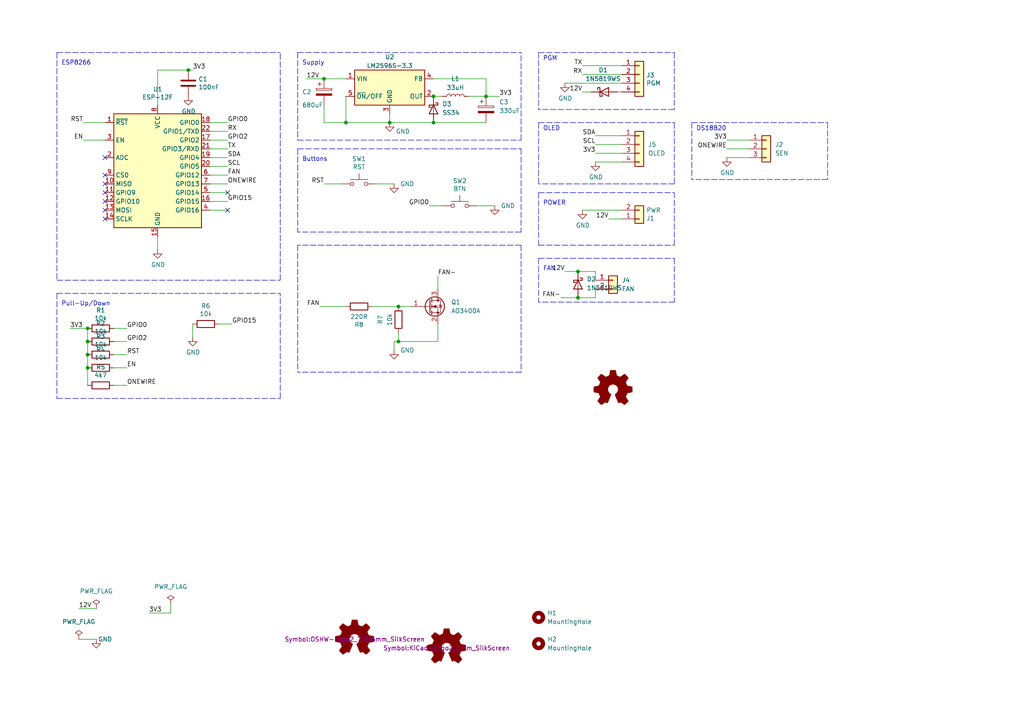
<source format=kicad_sch>
(kicad_sch (version 20231120) (generator "eeschema") (generator_version "8.0")
  (paper "A4")
  (title_block (rev "2"))
  (lib_symbols
    (symbol "Connector_Generic:Conn_01x02" (pin_names (offset 1.016) hide)
      (property "Reference" "J" (at 0 2.54 0))
      (property "Value" "Conn_01x02" (at 0 -5.08 0))
      (symbol "Conn_01x02_1_1"
        (rectangle (start -1.27 -2.413) (end 0 -2.667) (stroke (width 0.1524)))
        (rectangle (start -1.27 0.127) (end 0 -0.127) (stroke (width 0.1524)))
        (rectangle (start -1.27 1.27) (end 1.27 -3.81) (stroke (width 0.254)) (fill (type background)))
        (pin passive line (at -5.08 0 0) (length 3.81) (name "Pin_1") (number "1"))
        (pin passive line (at -5.08 -2.54 0) (length 3.81) (name "Pin_2") (number "2"))
      )
    )
    (symbol "Connector_Generic:Conn_01x03" (pin_names (offset 1.016) hide)
      (property "Reference" "J" (at 0 5.08 0))
      (property "Value" "Conn_01x03" (at 0 -5.08 0))
      (symbol "Conn_01x03_1_1"
        (rectangle (start -1.27 -2.413) (end 0 -2.667) (stroke (width 0.1524)))
        (rectangle (start -1.27 0.127) (end 0 -0.127) (stroke (width 0.1524)))
        (rectangle (start -1.27 2.667) (end 0 2.413) (stroke (width 0.1524)))
        (rectangle (start -1.27 3.81) (end 1.27 -3.81) (stroke (width 0.254)) (fill (type background)))
        (pin passive line (at -5.08 2.54 0) (length 3.81) (name "Pin_1") (number "1"))
        (pin passive line (at -5.08 0 0) (length 3.81) (name "Pin_2") (number "2"))
        (pin passive line (at -5.08 -2.54 0) (length 3.81) (name "Pin_3") (number "3"))
      )
    )
    (symbol "Connector_Generic:Conn_01x04" (pin_names (offset 1.016) hide)
      (property "Reference" "J" (at 0 5.08 0))
      (property "Value" "Conn_01x04" (at 0 -7.62 0))
      (symbol "Conn_01x04_1_1"
        (rectangle (start -1.27 -4.953) (end 0 -5.207) (stroke (width 0.1524)))
        (rectangle (start -1.27 -2.413) (end 0 -2.667) (stroke (width 0.1524)))
        (rectangle (start -1.27 0.127) (end 0 -0.127) (stroke (width 0.1524)))
        (rectangle (start -1.27 2.667) (end 0 2.413) (stroke (width 0.1524)))
        (rectangle (start -1.27 3.81) (end 1.27 -6.35) (stroke (width 0.254)) (fill (type background)))
        (pin passive line (at -5.08 2.54 0) (length 3.81) (name "Pin_1") (number "1"))
        (pin passive line (at -5.08 0 0) (length 3.81) (name "Pin_2") (number "2"))
        (pin passive line (at -5.08 -2.54 0) (length 3.81) (name "Pin_3") (number "3"))
        (pin passive line (at -5.08 -5.08 0) (length 3.81) (name "Pin_4") (number "4"))
      )
    )
    (symbol "Device:C" (pin_numbers hide) (pin_names (offset 0.254))
      (property "Reference" "C" (at 0.635 2.54 0))
      (property "Value" "C" (at 0.635 -2.54 0))
      (symbol "C_0_1"
        (polyline (pts (xy -2.032 -0.762) (xy 2.032 -0.762)) (stroke (width 0.508)))
        (polyline (pts (xy -2.032 0.762) (xy 2.032 0.762)) (stroke (width 0.508)))
      )
      (symbol "C_1_1"
        (pin passive line (at 0 3.81 270) (length 2.794) (name "~") (number "1"))
        (pin passive line (at 0 -3.81 90) (length 2.794) (name "~") (number "2"))
      )
    )
    (symbol "Device:C_Polarized" (pin_numbers hide) (pin_names (offset 0.254))
      (property "Reference" "C" (at 0.635 2.54 0))
      (property "Value" "C_Polarized" (at 0.635 -2.54 0))
      (symbol "C_Polarized_0_1"
        (rectangle (start -2.286 0.508) (end 2.286 1.016))
        (polyline (pts (xy -1.778 2.286) (xy -0.762 2.286)))
        (polyline (pts (xy -1.27 2.794) (xy -1.27 1.778)))
        (rectangle (start 2.286 -0.508) (end -2.286 -1.016) (fill (type outline)))
      )
      (symbol "C_Polarized_1_1"
        (pin passive line (at 0 3.81 270) (length 2.794) (name "~") (number "1"))
        (pin passive line (at 0 -3.81 90) (length 2.794) (name "~") (number "2"))
      )
    )
    (symbol "Device:L" (pin_numbers hide) (pin_names (offset 1.016) hide)
      (property "Reference" "L" (at -1.27 0 90))
      (property "Value" "L" (at 1.905 0 90))
      (symbol "L_0_1"
        (arc (start 0 -2.54) (mid 0.6323 -1.905) (end 0 -1.27))
        (arc (start 0 -1.27) (mid 0.6323 -0.635) (end 0 0))
        (arc (start 0 0) (mid 0.6323 0.635) (end 0 1.27))
        (arc (start 0 1.27) (mid 0.6323 1.905) (end 0 2.54))
      )
      (symbol "L_1_1"
        (pin passive line (at 0 3.81 270) (length 1.27) (name "1") (number "1"))
        (pin passive line (at 0 -3.81 90) (length 1.27) (name "2") (number "2"))
      )
    )
    (symbol "Device:R" (pin_numbers hide) (pin_names (offset 0))
      (property "Reference" "R" (at 2.032 0 90))
      (property "Value" "R" (at 0 0 90))
      (symbol "R_0_1"
        (rectangle (start -1.016 -2.54) (end 1.016 2.54) (stroke (width 0.254)))
      )
      (symbol "R_1_1"
        (pin passive line (at 0 3.81 270) (length 1.27) (name "~") (number "1"))
        (pin passive line (at 0 -3.81 90) (length 1.27) (name "~") (number "2"))
      )
    )
    (symbol "Diode:1N5819WS" (pin_numbers hide) (pin_names (offset 1.016) hide)
      (property "Reference" "D" (at 0 2.54 0))
      (property "Value" "1N5819WS" (at 0 -2.54 0))
      (symbol "1N5819WS_0_1"
        (polyline (pts (xy 1.27 0) (xy -1.27 0)))
        (polyline (pts (xy 1.27 1.27) (xy 1.27 -1.27) (xy -1.27 0) (xy 1.27 1.27)) (stroke (width 0.254)))
        (polyline (pts (xy -1.905 0.635) (xy -1.905 1.27) (xy -1.27 1.27) (xy -1.27 -1.27) (xy -0.635 -1.27) (xy -0.635 -0.635)) (stroke (width 0.254)))
      )
      (symbol "1N5819WS_1_1"
        (pin passive line (at -3.81 0 0) (length 2.54) (name "K") (number "1"))
        (pin passive line (at 3.81 0 180) (length 2.54) (name "A") (number "2"))
      )
    )
    (symbol "Diode:SS34" (pin_numbers hide) (pin_names (offset 1.016) hide)
      (property "Reference" "D" (at 0 2.54 0))
      (property "Value" "SS34" (at 0 -2.54 0))
      (symbol "SS34_0_1"
        (polyline (pts (xy 1.27 0) (xy -1.27 0)))
        (polyline (pts (xy 1.27 1.27) (xy 1.27 -1.27) (xy -1.27 0) (xy 1.27 1.27)) (stroke (width 0.254)))
        (polyline (pts (xy -1.905 0.635) (xy -1.905 1.27) (xy -1.27 1.27) (xy -1.27 -1.27) (xy -0.635 -1.27) (xy -0.635 -0.635)) (stroke (width 0.254)))
      )
      (symbol "SS34_1_1"
        (pin passive line (at -3.81 0 0) (length 2.54) (name "K") (number "1"))
        (pin passive line (at 3.81 0 180) (length 2.54) (name "A") (number "2"))
      )
    )
    (symbol "Graphic:Logo_Open_Hardware_Small" (in_bom no) (on_board no)
      (symbol "Logo_Open_Hardware_Small_0_1"
        (polyline (pts (xy 3.3528 -4.3434) (xy 3.302 -4.318) (xy 3.175 -4.2418) (xy 2.9972 -4.1148) (xy 2.7686 -3.9624) (xy 2.54 -3.81) (xy 2.3622 -3.7084) (xy 2.2352 -3.6068) (xy 2.1844 -3.5814) (xy 2.159 -3.6068) (xy 2.0574 -3.6576) (xy 1.905 -3.7338) (xy 1.8034 -3.7846) (xy 1.6764 -3.8354) (xy 1.6002 -3.8354) (xy 1.6002 -3.8354) (xy 1.5494 -3.7338) (xy 1.4732 -3.5306) (xy 1.3462 -3.302) (xy 1.2446 -3.0226) (xy 1.1176 -2.7178) (xy 0.9652 -2.413) (xy 0.8636 -2.1082) (xy 0.7366 -1.8288) (xy 0.6604 -1.6256) (xy 0.6096 -1.4732) (xy 0.5842 -1.397) (xy 0.5842 -1.397) (xy 0.6604 -1.3208) (xy 0.7874 -1.2446) (xy 1.0414 -1.016) (xy 1.2954 -0.6858) (xy 1.4478 -0.3302) (xy 1.524 0.0762) (xy 1.4732 0.4572) (xy 1.3208 0.8128) (xy 1.0668 1.143) (xy 0.762 1.3716) (xy 0.4064 1.524) (xy 0 1.5748) (xy -0.381 1.5494) (xy -0.7366 1.397) (xy -1.0668 1.143) (xy -1.2192 0.9906) (xy -1.397 0.6604) (xy -1.524 0.3048) (xy -1.524 0.2286) (xy -1.4986 -0.1778) (xy -1.397 -0.5334) (xy -1.1938 -0.8636) (xy -0.9144 -1.143) (xy -0.8636 -1.1684) (xy -0.7366 -1.27) (xy -0.635 -1.3462) (xy -0.5842 -1.397) (xy -1.0668 -2.5908) (xy -1.143 -2.794) (xy -1.2954 -3.1242) (xy -1.397 -3.4036) (xy -1.4986 -3.6322) (xy -1.5748 -3.7846) (xy -1.6002 -3.8354) (xy -1.6002 -3.8354) (xy -1.651 -3.8354) (xy -1.7272 -3.81) (xy -1.905 -3.7338) (xy -2.0066 -3.683) (xy -2.1336 -3.6068) (xy -2.2098 -3.5814) (xy -2.2606 -3.6068) (xy -2.3622 -3.683) (xy -2.54 -3.81) (xy -2.7686 -3.9624) (xy -2.9718 -4.0894) (xy -3.1496 -4.2164) (xy -3.302 -4.318) (xy -3.3528 -4.3434) (xy -3.3782 -4.3434) (xy -3.429 -4.318) (xy -3.5306 -4.2164) (xy -3.7084 -4.064) (xy -3.937 -3.8354) (xy -3.9624 -3.81) (xy -4.1656 -3.6068) (xy -4.318 -3.4544) (xy -4.4196 -3.3274) (xy -4.445 -3.2766) (xy -4.445 -3.2766) (xy -4.4196 -3.2258) (xy -4.318 -3.0734) (xy -4.2164 -2.8956) (xy -4.064 -2.667) (xy -3.6576 -2.0828) (xy -3.8862 -1.5494) (xy -3.937 -1.3716) (xy -4.0386 -1.1684) (xy -4.0894 -1.0414) (xy -4.1148 -0.9652) (xy -4.191 -0.9398) (xy -4.318 -0.9144) (xy -4.5466 -0.8636) (xy -4.8006 -0.8128) (xy -5.0546 -0.7874) (xy -5.2578 -0.7366) (xy -5.4356 -0.7112) (xy -5.5118 -0.6858) (xy -5.5118 -0.6858) (xy -5.5372 -0.635) (xy -5.5372 -0.5588) (xy -5.5372 -0.4318) (xy -5.5626 -0.2286) (xy -5.5626 0.0762) (xy -5.5626 0.127) (xy -5.5372 0.4064) (xy -5.5372 0.635) (xy -5.5372 0.762) (xy -5.5372 0.8382) (xy -5.5372 0.8382) (xy -5.461 0.8382) (xy -5.3086 0.889) (xy -5.08 0.9144) (xy -4.826 0.9652) (xy -4.8006 0.9906) (xy -4.5466 1.0414) (xy -4.318 1.0668) (xy -4.1656 1.1176) (xy -4.0894 1.143) (xy -4.0894 1.143) (xy -4.0386 1.2446) (xy -3.9624 1.4224) (xy -3.8608 1.6256) (xy -3.7846 1.8288) (xy -3.7084 2.0066) (xy -3.6576 2.159) (xy -3.6322 2.2098) (xy -3.6322 2.2098) (xy -3.683 2.286) (xy -3.7592 2.413) (xy -3.8862 2.5908) (xy -4.064 2.8194) (xy -4.064 2.8448) (xy -4.2164 3.0734) (xy -4.3434 3.2512) (xy -4.4196 3.3782) (xy -4.445 3.4544) (xy -4.445 3.4544) (xy -4.3942 3.5052) (xy -4.2926 3.6322) (xy -4.1148 3.81) (xy -3.937 4.0132) (xy -3.8608 4.064) (xy -3.6576 4.2926) (xy -3.5052 4.4196) (xy -3.4036 4.4958) (xy -3.3528 4.5212) (xy -3.3528 4.5212) (xy -3.302 4.4704) (xy -3.1496 4.3688) (xy -2.9718 4.2418) (xy -2.7432 4.0894) (xy -2.7178 4.0894) (xy -2.4892 3.937) (xy -2.3114 3.81) (xy -2.1844 3.7084) (xy -2.1336 3.683) (xy -2.1082 3.683) (xy -2.032 3.7084) (xy -1.8542 3.7592) (xy -1.6764 3.8354) (xy -1.4732 3.937) (xy -1.27 4.0132) (xy -1.143 4.064) (xy -1.0668 4.1148) (xy -1.0668 4.1148) (xy -1.0414 4.191) (xy -1.016 4.3434) (xy -0.9652 4.572) (xy -0.9144 4.8514) (xy -0.889 4.9022) (xy -0.8382 5.1562) (xy -0.8128 5.3848) (xy -0.7874 5.5372) (xy -0.762 5.588) (xy -0.7112 5.6134) (xy -0.5842 5.6134) (xy -0.4064 5.6134) (xy -0.1524 5.6134) (xy 0.0762 5.6134) (xy 0.3302 5.6134) (xy 0.5334 5.6134) (xy 0.6858 5.588) (xy 0.7366 5.588) (xy 0.7366 5.588) (xy 0.762 5.5118) (xy 0.8128 5.334) (xy 0.8382 5.1054) (xy 0.9144 4.826) (xy 0.9144 4.7752) (xy 0.9652 4.5212) (xy 1.016 4.2926) (xy 1.0414 4.1402) (xy 1.0668 4.0894) (xy 1.0668 4.0894) (xy 1.1938 4.0386) (xy 1.3716 3.9624) (xy 1.5748 3.8608) (xy 2.0828 3.6576) (xy 2.7178 4.0894) (xy 2.7686 4.1402) (xy 2.9972 4.2926) (xy 3.175 4.4196) (xy 3.302 4.4958) (xy 3.3782 4.5212) (xy 3.3782 4.5212) (xy 3.429 4.4704) (xy 3.556 4.3434) (xy 3.7338 4.191) (xy 3.9116 3.9878) (xy 4.064 3.8354) (xy 4.2418 3.6576) (xy 4.3434 3.556) (xy 4.4196 3.4798) (xy 4.4196 3.429) (xy 4.4196 3.4036) (xy 4.3942 3.3274) (xy 4.2926 3.2004) (xy 4.1656 2.9972) (xy 4.0132 2.794) (xy 3.8862 2.5908) (xy 3.7592 2.3876) (xy 3.6576 2.2352) (xy 3.6322 2.159) (xy 3.6322 2.1336) (xy 3.683 2.0066) (xy 3.7592 1.8288) (xy 3.8608 1.6002) (xy 4.064 1.1176) (xy 4.3942 1.0414) (xy 4.5974 1.016) (xy 4.8768 0.9652) (xy 5.1308 0.9144) (xy 5.5372 0.8382) (xy 5.5626 -0.6604) (xy 5.4864 -0.6858) (xy 5.4356 -0.6858) (xy 5.2832 -0.7366) (xy 5.0546 -0.762) (xy 4.8006 -0.8128) (xy 4.5974 -0.8636) (xy 4.3688 -0.9144) (xy 4.2164 -0.9398) (xy 4.1402 -0.9398) (xy 4.1148 -0.9652) (xy 4.064 -1.0668) (xy 3.9878 -1.2446) (xy 3.9116 -1.4478) (xy 3.81 -1.651) (xy 3.7338 -1.8542) (xy 3.683 -2.0066) (xy 3.6576 -2.0828) (xy 3.683 -2.1336) (xy 3.7846 -2.2606) (xy 3.8862 -2.4638) (xy 4.0386 -2.667) (xy 4.191 -2.8956) (xy 4.318 -3.0734) (xy 4.3942 -3.2004) (xy 4.445 -3.2766) (xy 4.4196 -3.3274) (xy 4.3434 -3.429) (xy 4.1656 -3.5814) (xy 3.937 -3.8354) (xy 3.8862 -3.8608) (xy 3.683 -4.064) (xy 3.5306 -4.2164) (xy 3.4036 -4.318) (xy 3.3528 -4.3434)) (fill (type outline)))
      )
    )
    (symbol "Mechanical:MountingHole" (pin_names (offset 1.016)) (exclude_from_sim yes) (in_bom no)
      (property "Reference" "H" (at 0 5.08 0))
      (property "Value" "MountingHole" (at 0 3.175 0))
      (symbol "MountingHole_0_1"
        (circle (center 0 0) (radius 1.27) (stroke (width 1.27)))
      )
    )
    (symbol "RF_Module:ESP-12F"
      (property "Reference" "U" (at -12.7 19.05 0))
      (property "Value" "ESP-12F" (at 12.7 19.05 0))
      (symbol "ESP-12F_0_1"
        (rectangle (start -12.7 17.78) (end 12.7 -15.24) (stroke (width 0.254)) (fill (type background)))
      )
      (symbol "ESP-12F_1_1"
        (pin input line (at -15.24 15.24 0) (length 2.54) (name "~{RST}") (number "1"))
        (pin bidirectional line (at -15.24 -2.54 0) (length 2.54) (name "MISO") (number "10"))
        (pin bidirectional line (at -15.24 -5.08 0) (length 2.54) (name "GPIO9") (number "11"))
        (pin bidirectional line (at -15.24 -7.62 0) (length 2.54) (name "GPIO10") (number "12"))
        (pin bidirectional line (at -15.24 -10.16 0) (length 2.54) (name "MOSI") (number "13"))
        (pin bidirectional line (at -15.24 -12.7 0) (length 2.54) (name "SCLK") (number "14"))
        (pin power_in line (at 0 -17.78 90) (length 2.54) (name "GND") (number "15"))
        (pin bidirectional line (at 15.24 -7.62 180) (length 2.54) (name "GPIO15") (number "16"))
        (pin bidirectional line (at 15.24 10.16 180) (length 2.54) (name "GPIO2") (number "17"))
        (pin bidirectional line (at 15.24 15.24 180) (length 2.54) (name "GPIO0") (number "18"))
        (pin bidirectional line (at 15.24 5.08 180) (length 2.54) (name "GPIO4") (number "19"))
        (pin input line (at -15.24 5.08 0) (length 2.54) (name "ADC") (number "2"))
        (pin bidirectional line (at 15.24 2.54 180) (length 2.54) (name "GPIO5") (number "20"))
        (pin bidirectional line (at 15.24 7.62 180) (length 2.54) (name "GPIO3/RXD") (number "21"))
        (pin bidirectional line (at 15.24 12.7 180) (length 2.54) (name "GPIO1/TXD") (number "22"))
        (pin input line (at -15.24 10.16 0) (length 2.54) (name "EN") (number "3"))
        (pin bidirectional line (at 15.24 -10.16 180) (length 2.54) (name "GPIO16") (number "4"))
        (pin bidirectional line (at 15.24 -5.08 180) (length 2.54) (name "GPIO14") (number "5"))
        (pin bidirectional line (at 15.24 0 180) (length 2.54) (name "GPIO12") (number "6"))
        (pin bidirectional line (at 15.24 -2.54 180) (length 2.54) (name "GPIO13") (number "7"))
        (pin power_in line (at 0 20.32 270) (length 2.54) (name "VCC") (number "8"))
        (pin input line (at -15.24 0 0) (length 2.54) (name "CS0") (number "9"))
      )
    )
    (symbol "Regulator_Switching:LM2596S-3.3"
      (property "Reference" "U" (at -10.16 6.35 0))
      (property "Value" "LM2596S-3.3" (at 0 6.35 0))
      (symbol "LM2596S-3.3_0_1"
        (rectangle (start -10.16 5.08) (end 10.16 -5.08) (stroke (width 0.254)) (fill (type background)))
      )
      (symbol "LM2596S-3.3_1_1"
        (pin power_in line (at -12.7 2.54 0) (length 2.54) (name "VIN") (number "1"))
        (pin output line (at 12.7 -2.54 180) (length 2.54) (name "OUT") (number "2"))
        (pin power_in line (at 0 -7.62 90) (length 2.54) (name "GND") (number "3"))
        (pin input line (at 12.7 2.54 180) (length 2.54) (name "FB") (number "4"))
        (pin input line (at -12.7 -2.54 0) (length 2.54) (name "~{ON}/OFF") (number "5"))
      )
    )
    (symbol "Switch:SW_Push" (pin_numbers hide) (pin_names (offset 1.016) hide)
      (property "Reference" "SW" (at 1.27 2.54 0))
      (property "Value" "SW_Push" (at 0 -1.524 0))
      (symbol "SW_Push_0_1"
        (circle (center -2.032 0) (radius 0.508))
        (polyline (pts (xy 0 1.27) (xy 0 3.048)))
        (polyline (pts (xy 2.54 1.27) (xy -2.54 1.27)))
        (circle (center 2.032 0) (radius 0.508))
        (pin passive line (at -5.08 0 0) (length 2.54) (name "1") (number "1"))
        (pin passive line (at 5.08 0 180) (length 2.54) (name "2") (number "2"))
      )
    )
    (symbol "Transistor_FET:AO3400A" (pin_names hide)
      (property "Reference" "Q" (at 5.08 1.905 0))
      (property "Value" "AO3400A" (at 5.08 0 0))
      (symbol "AO3400A_0_1"
        (polyline (pts (xy 0.254 0) (xy -2.54 0)))
        (polyline (pts (xy 0.254 1.905) (xy 0.254 -1.905)) (stroke (width 0.254)))
        (polyline (pts (xy 0.762 -1.27) (xy 0.762 -2.286)) (stroke (width 0.254)))
        (polyline (pts (xy 0.762 0.508) (xy 0.762 -0.508)) (stroke (width 0.254)))
        (polyline (pts (xy 0.762 2.286) (xy 0.762 1.27)) (stroke (width 0.254)))
        (polyline (pts (xy 2.54 2.54) (xy 2.54 1.778)))
        (polyline (pts (xy 2.54 -2.54) (xy 2.54 0) (xy 0.762 0)))
        (polyline (pts (xy 0.762 -1.778) (xy 3.302 -1.778) (xy 3.302 1.778) (xy 0.762 1.778)))
        (polyline (pts (xy 1.016 0) (xy 2.032 0.381) (xy 2.032 -0.381) (xy 1.016 0)) (fill (type outline)))
        (polyline (pts (xy 2.794 0.508) (xy 2.921 0.381) (xy 3.683 0.381) (xy 3.81 0.254)))
        (polyline (pts (xy 3.302 0.381) (xy 2.921 -0.254) (xy 3.683 -0.254) (xy 3.302 0.381)))
        (circle (center 1.651 0) (radius 2.794) (stroke (width 0.254)))
        (circle (center 2.54 -1.778) (radius 0.254) (fill (type outline)))
        (circle (center 2.54 1.778) (radius 0.254) (fill (type outline)))
      )
      (symbol "AO3400A_1_1"
        (pin input line (at -5.08 0 0) (length 2.54) (name "G") (number "1"))
        (pin passive line (at 2.54 -5.08 90) (length 2.54) (name "S") (number "2"))
        (pin passive line (at 2.54 5.08 270) (length 2.54) (name "D") (number "3"))
      )
    )
    (symbol "power:GND" (power) (pin_numbers hide) (pin_names (offset 0) hide)
      (property "Value" "GND" (at 0 -3.81 0))
      (symbol "GND_0_1"
        (polyline (pts (xy 0 0) (xy 0 -1.27) (xy 1.27 -1.27) (xy 0 -2.54) (xy -1.27 -1.27) (xy 0 -1.27)))
      )
      (symbol "GND_1_1"
        (pin power_in line (at 0 0 270) (length 0) (name "~") (number "1"))
      )
    )
    (symbol "power:PWR_FLAG" (power) (pin_numbers hide) (pin_names (offset 0) hide)
      (property "Value" "PWR_FLAG" (at 0 3.81 0))
      (symbol "PWR_FLAG_0_0"
        (pin power_out line (at 0 0 90) (length 0) (name "~") (number "1"))
      )
      (symbol "PWR_FLAG_0_1"
        (polyline (pts (xy 0 0) (xy 0 1.27) (xy -1.016 1.905) (xy 0 2.54) (xy 1.016 1.905) (xy 0 1.27)))
      )
    )
  )
  (junction (at 25.4 106.68))
  (junction (at 125.73 27.94))
  (junction (at 140.97 27.94))
  (junction (at 100.33 35.56))
  (junction (at 115.57 88.9))
  (junction (at 115.57 99.06))
  (junction (at 25.4 102.87))
  (junction (at 125.73 35.56))
  (junction (at 113.03 35.56))
  (junction (at 25.4 99.06))
  (junction (at 54.61 20.32))
  (junction (at 167.64 86.36))
  (junction (at 167.64 78.74))
  (junction (at 93.98 22.86))
  (junction (at 25.4 95.25))
  (no_connect (at 30.48 50.8))
  (no_connect (at 66.04 60.96))
  (no_connect (at 30.48 63.5))
  (no_connect (at 30.48 45.72))
  (no_connect (at 30.48 53.34))
  (no_connect (at 66.04 55.88))
  (no_connect (at 30.48 58.42))
  (no_connect (at 30.48 55.88))
  (no_connect (at 30.48 60.96))
  (wire (pts (xy 60.96 53.34) (xy 66.04 53.34)))
  (polyline (pts (xy 195.58 31.75) (xy 156.21 31.75)) (stroke (width 0) (type dash)))
  (wire (pts (xy 45.72 30.48) (xy 45.72 20.32)))
  (wire (pts (xy 115.57 88.9) (xy 119.38 88.9)))
  (polyline (pts (xy 195.58 71.12) (xy 195.58 55.88)) (stroke (width 0) (type dash)))
  (wire (pts (xy 172.72 41.91) (xy 180.34 41.91)))
  (wire (pts (xy 162.56 86.36) (xy 167.64 86.36)))
  (polyline (pts (xy 156.21 55.88) (xy 195.58 55.88)) (stroke (width 0) (type dash)))
  (polyline (pts (xy 86.36 43.18) (xy 86.36 67.31)) (stroke (width 0) (type dash)))
  (wire (pts (xy 100.33 27.94) (xy 100.33 35.56)))
  (polyline (pts (xy 151.13 43.18) (xy 151.13 67.31)) (stroke (width 0) (type dash)))
  (wire (pts (xy 63.5 93.98) (xy 67.31 93.98)))
  (wire (pts (xy 109.22 53.34) (xy 114.3 53.34)))
  (polyline (pts (xy 156.21 15.24) (xy 156.21 31.75)) (stroke (width 0) (type dash)))
  (wire (pts (xy 125.73 35.56) (xy 140.97 35.56)))
  (wire (pts (xy 60.96 45.72) (xy 66.04 45.72)))
  (wire (pts (xy 114.3 99.06) (xy 114.3 101.6)))
  (wire (pts (xy 172.72 46.99) (xy 180.34 46.99)))
  (wire (pts (xy 113.03 35.56) (xy 125.73 35.56)))
  (polyline (pts (xy 156.21 71.12) (xy 195.58 71.12)) (stroke (width 0) (type dash)))
  (wire (pts (xy 100.33 35.56) (xy 113.03 35.56)))
  (wire (pts (xy 22.86 176.53) (xy 27.94 176.53)))
  (wire (pts (xy 167.64 78.74) (xy 172.72 78.74)))
  (polyline (pts (xy 86.36 40.64) (xy 151.13 40.64)) (stroke (width 0) (type dash)))
  (wire (pts (xy 33.02 106.68) (xy 36.83 106.68)))
  (polyline (pts (xy 16.51 85.09) (xy 81.28 85.09)) (stroke (width 0) (type dash)))
  (polyline (pts (xy 195.58 87.63) (xy 156.21 87.63)) (stroke (width 0) (type dash)))
  (wire (pts (xy 167.64 86.36) (xy 172.72 86.36)))
  (wire (pts (xy 127 99.06) (xy 115.57 99.06)))
  (polyline (pts (xy 195.58 53.34) (xy 156.21 53.34)) (stroke (width 0) (type dash)))
  (wire (pts (xy 60.96 48.26) (xy 66.04 48.26)))
  (wire (pts (xy 36.83 102.87) (xy 33.02 102.87)))
  (polyline (pts (xy 16.51 15.24) (xy 16.51 81.28)) (stroke (width 0) (type dash)))
  (wire (pts (xy 54.61 20.32) (xy 55.88 20.32)))
  (wire (pts (xy 172.72 44.45) (xy 180.34 44.45)))
  (polyline (pts (xy 156.21 35.56) (xy 195.58 35.56)) (stroke (width 0) (type dash)))
  (wire (pts (xy 66.04 50.8) (xy 60.96 50.8)))
  (wire (pts (xy 49.53 177.8) (xy 49.53 175.26)))
  (polyline (pts (xy 16.51 81.28) (xy 81.28 81.28)) (stroke (width 0) (type dash)))
  (wire (pts (xy 180.34 19.05) (xy 168.91 19.05)))
  (wire (pts (xy 210.82 43.18) (xy 217.17 43.18)))
  (polyline (pts (xy 151.13 71.12) (xy 86.36 71.12)) (stroke (width 0) (type dash)))
  (wire (pts (xy 127 93.98) (xy 127 99.06)))
  (wire (pts (xy 60.96 55.88) (xy 66.04 55.88)))
  (wire (pts (xy 25.4 106.68) (xy 25.4 102.87)))
  (wire (pts (xy 93.98 22.86) (xy 100.33 22.86)))
  (wire (pts (xy 36.83 95.25) (xy 33.02 95.25)))
  (wire (pts (xy 115.57 96.52) (xy 115.57 99.06)))
  (wire (pts (xy 125.73 27.94) (xy 128.27 27.94)))
  (polyline (pts (xy 86.36 71.12) (xy 86.36 107.95)) (stroke (width 0) (type dash)))
  (wire (pts (xy 135.89 27.94) (xy 140.97 27.94)))
  (wire (pts (xy 210.82 40.64) (xy 217.17 40.64)))
  (wire (pts (xy 55.88 97.79) (xy 55.88 93.98)))
  (wire (pts (xy 124.46 59.69) (xy 128.27 59.69)))
  (wire (pts (xy 168.91 21.59) (xy 180.34 21.59)))
  (wire (pts (xy 176.53 63.5) (xy 180.34 63.5)))
  (polyline (pts (xy 156.21 74.93) (xy 195.58 74.93)) (stroke (width 0) (type dash)))
  (polyline (pts (xy 156.21 15.24) (xy 195.58 15.24)) (stroke (width 0) (type dash)))
  (wire (pts (xy 45.72 20.32) (xy 54.61 20.32)))
  (wire (pts (xy 210.82 45.72) (xy 217.17 45.72)))
  (polyline (pts (xy 81.28 115.57) (xy 81.28 85.09)) (stroke (width 0) (type dash)))
  (wire (pts (xy 22.86 185.42) (xy 27.94 185.42)))
  (wire (pts (xy 60.96 58.42) (xy 66.04 58.42)))
  (polyline (pts (xy 200.66 35.56) (xy 240.03 35.56)) (stroke (width 0) (type dash)))
  (wire (pts (xy 107.95 88.9) (xy 115.57 88.9)))
  (polyline (pts (xy 240.03 52.07) (xy 200.66 52.07)) (stroke (width 0) (type dash)))
  (polyline (pts (xy 195.58 15.24) (xy 195.58 31.75)) (stroke (width 0) (type dash)))
  (polyline (pts (xy 151.13 107.95) (xy 86.36 107.95)) (stroke (width 0) (type dash)))
  (wire (pts (xy 179.07 26.67) (xy 180.34 26.67)))
  (wire (pts (xy 140.97 27.94) (xy 144.78 27.94)))
  (wire (pts (xy 168.91 60.96) (xy 180.34 60.96)))
  (polyline (pts (xy 81.28 81.28) (xy 81.28 15.24)) (stroke (width 0) (type dash)))
  (wire (pts (xy 125.73 22.86) (xy 140.97 22.86)))
  (wire (pts (xy 60.96 43.18) (xy 66.04 43.18)))
  (wire (pts (xy 93.98 35.56) (xy 100.33 35.56)))
  (polyline (pts (xy 156.21 35.56) (xy 156.21 53.34)) (stroke (width 0) (type dash)))
  (wire (pts (xy 113.03 35.56) (xy 113.03 33.02)))
  (polyline (pts (xy 151.13 40.64) (xy 151.13 15.24)) (stroke (width 0) (type dash)))
  (wire (pts (xy 60.96 60.96) (xy 66.04 60.96)))
  (wire (pts (xy 25.4 106.68) (xy 25.4 111.76)))
  (polyline (pts (xy 86.36 15.24) (xy 151.13 15.24)) (stroke (width 0) (type dash)))
  (wire (pts (xy 43.18 177.8) (xy 49.53 177.8)))
  (polyline (pts (xy 16.51 115.57) (xy 81.28 115.57)) (stroke (width 0) (type dash)))
  (wire (pts (xy 33.02 111.76) (xy 36.83 111.76)))
  (polyline (pts (xy 86.36 15.24) (xy 86.36 40.64)) (stroke (width 0) (type dash)))
  (wire (pts (xy 93.98 30.48) (xy 93.98 35.56)))
  (wire (pts (xy 163.83 78.74) (xy 167.64 78.74)))
  (wire (pts (xy 180.34 24.13) (xy 163.83 24.13)))
  (wire (pts (xy 140.97 22.86) (xy 140.97 27.94)))
  (polyline (pts (xy 151.13 67.31) (xy 86.36 67.31)) (stroke (width 0) (type dash)))
  (polyline (pts (xy 16.51 85.09) (xy 16.51 115.57)) (stroke (width 0) (type dash)))
  (polyline (pts (xy 86.36 43.18) (xy 151.13 43.18)) (stroke (width 0) (type dash)))
  (polyline (pts (xy 195.58 74.93) (xy 195.58 87.63)) (stroke (width 0) (type dash)))
  (wire (pts (xy 93.98 53.34) (xy 99.06 53.34)))
  (wire (pts (xy 25.4 95.25) (xy 20.32 95.25)))
  (wire (pts (xy 24.13 40.64) (xy 30.48 40.64)))
  (polyline (pts (xy 156.21 55.88) (xy 156.21 71.12)) (stroke (width 0) (type dash)))
  (wire (pts (xy 168.91 26.67) (xy 171.45 26.67)))
  (wire (pts (xy 180.34 39.37) (xy 172.72 39.37)))
  (wire (pts (xy 92.71 88.9) (xy 100.33 88.9)))
  (wire (pts (xy 88.9 22.86) (xy 93.98 22.86)))
  (polyline (pts (xy 195.58 35.56) (xy 195.58 53.34)) (stroke (width 0) (type dash)))
  (polyline (pts (xy 200.66 35.56) (xy 200.66 52.07)) (stroke (width 0) (type dash)))
  (wire (pts (xy 115.57 99.06) (xy 114.3 99.06)))
  (wire (pts (xy 66.04 38.1) (xy 60.96 38.1)))
  (polyline (pts (xy 240.03 35.56) (xy 240.03 52.07)) (stroke (width 0) (type dash)))
  (wire (pts (xy 25.4 99.06) (xy 25.4 95.25)))
  (polyline (pts (xy 156.21 74.93) (xy 156.21 87.63)) (stroke (width 0) (type dash)))
  (wire (pts (xy 172.72 83.82) (xy 172.72 86.36)))
  (wire (pts (xy 60.96 40.64) (xy 66.04 40.64)))
  (wire (pts (xy 25.4 102.87) (xy 25.4 99.06)))
  (wire (pts (xy 36.83 99.06) (xy 33.02 99.06)))
  (wire (pts (xy 127 80.01) (xy 127 83.82)))
  (wire (pts (xy 172.72 78.74) (xy 172.72 81.28)))
  (polyline (pts (xy 151.13 71.12) (xy 151.13 107.95)) (stroke (width 0) (type dash)))
  (wire (pts (xy 45.72 68.58) (xy 45.72 72.39)))
  (wire (pts (xy 30.48 35.56) (xy 24.13 35.56)))
  (wire (pts (xy 138.43 59.69) (xy 143.51 59.69)))
  (polyline (pts (xy 16.51 15.24) (xy 81.28 15.24)) (stroke (width 0) (type dash)))
  (wire (pts (xy 60.96 35.56) (xy 66.04 35.56)))
  (text "FAN" (at 157.48 78.74 0) (effects (font (size 1.27 1.27)) (justify left bottom)))
  (text "ESP8266" (at 17.78 19.05 0) (effects (font (size 1.27 1.27)) (justify left bottom)))
  (text "DS18B20" (at 201.93 38.1 0) (effects (font (size 1.27 1.27)) (justify left bottom)))
  (text "Buttons" (at 87.63 46.99 0) (effects (font (size 1.27 1.27)) (justify left bottom)))
  (text "Supply\n" (at 87.63 19.05 0) (effects (font (size 1.27 1.27)) (justify left bottom)))
  (text "POWER" (at 157.48 59.69 0) (effects (font (size 1.27 1.27)) (justify left bottom)))
  (text "OLED" (at 157.48 38.1 0) (effects (font (size 1.27 1.27)) (justify left bottom)))
  (text "PGM" (at 157.48 17.78 0) (effects (font (size 1.27 1.27)) (justify left bottom)))
  (text "Pull-Up/Down" (at 17.78 88.9 0) (effects (font (size 1.27 1.27)) (justify left bottom)))
  (label "RX" (at 168.91 21.59 180))
  (label "EN" (at 24.13 40.64 180))
  (label "ONEWIRE" (at 36.83 111.76 0))
  (label "RST" (at 24.13 35.56 180))
  (label "3V3" (at 172.72 44.45 180))
  (label "TX" (at 168.91 19.05 180))
  (label "GPIO2" (at 66.04 40.64 0))
  (label "GPIO2" (at 36.83 99.06 0))
  (label "12V" (at 168.91 26.67 180))
  (label "ONEWIRE" (at 66.04 53.34 0))
  (label "GPIO0" (at 36.83 95.25 0))
  (label "3V3" (at 20.32 95.25 0))
  (label "SDA" (at 172.72 39.37 180))
  (label "GPIO0" (at 66.04 35.56 0))
  (label "3V3" (at 43.18 177.8 0))
  (label "TX" (at 66.04 43.18 0))
  (label "RX" (at 66.04 38.1 0))
  (label "SCL" (at 172.72 41.91 180))
  (label "12V" (at 176.53 63.5 180))
  (label "FAN-" (at 162.56 86.36 180))
  (label "FAN-" (at 127 80.01 0))
  (label "ONEWIRE" (at 210.82 43.18 180))
  (label "12V" (at 163.83 78.74 180))
  (label "RST" (at 93.98 53.34 180))
  (label "RST" (at 36.83 102.87 0))
  (label "3V3" (at 144.78 27.94 0))
  (label "GPIO15" (at 67.31 93.98 0))
  (label "FAN" (at 66.04 50.8 0))
  (label "3V3" (at 55.88 20.32 0))
  (label "SDA" (at 66.04 45.72 0))
  (label "EN" (at 36.83 106.68 0))
  (label "12V" (at 88.9 22.86 0))
  (label "12V" (at 22.86 176.53 0))
  (label "FAN" (at 92.71 88.9 180))
  (label "GPIO15" (at 66.04 58.42 0))
  (label "GPIO0" (at 124.46 59.69 180))
  (label "3V3" (at 210.82 40.64 180))
  (label "SCL" (at 66.04 48.26 0))
  (symbol (lib_id "power:GND") (at 113.03 35.56 0) (unit 1)
    (property "Reference" "#PWR05" (effects (hide yes)))
    (property "Value" "GND" (at 116.84 38.1 0))
    (property "Description" "Power symbol creates a global label with name \"GND\" , ground" (effects (hide yes)))
  )
  (symbol (lib_id "Device:C") (at 54.61 24.13 0) (unit 1)
    (property "Reference" "C1" (at 57.531 22.9616 0) (effects (justify left)))
    (property "Value" "100nF" (at 57.531 25.273 0) (effects (justify left)))
    (property "Footprint" "Capacitor_SMD:C_0805_2012Metric" (effects (hide yes)))
    (property "Description" "Unpolarized capacitor" (effects (hide yes)))
    (property "LCSC" "C49678" (effects (hide yes)))
  )
  (symbol (lib_id "RF_Module:ESP-12F") (at 45.72 50.8 0) (unit 1)
    (property "Reference" "U1" (at 45.72 25.8826 0))
    (property "Value" "ESP-12F" (at 45.72 28.194 0))
    (property "Footprint" "RF_Module:ESP-12E" (effects (hide yes)))
    (property "Datasheet" "http://wiki.ai-thinker.com/_media/esp8266/esp8266_series_modules_user_manual_v1.1.pdf" (effects (hide yes)))
    (property "Description" "802.11 b/g/n Wi-Fi Module" (effects (hide yes)))
  )
  (symbol (lib_id "Device:R") (at 29.21 99.06 270) (unit 1)
    (property "Reference" "R2" (at 29.21 93.8022 90))
    (property "Value" "10k" (at 29.21 96.1136 90))
    (property "Footprint" "Resistor_SMD:R_0603_1608Metric" (effects (hide yes)))
    (property "Description" "Resistor" (effects (hide yes)))
    (property "LCSC" "C17414" (effects (hide yes)))
  )
  (symbol (lib_id "Device:R") (at 29.21 102.87 270) (unit 1)
    (property "Reference" "R3" (at 29.21 97.6122 90))
    (property "Value" "10k" (at 29.21 99.9236 90))
    (property "Footprint" "Resistor_SMD:R_0603_1608Metric" (effects (hide yes)))
    (property "Description" "Resistor" (effects (hide yes)))
    (property "LCSC" "C17414" (effects (hide yes)))
  )
  (symbol (lib_id "Device:R") (at 29.21 106.68 270) (unit 1)
    (property "Reference" "R4" (at 29.21 101.4222 90))
    (property "Value" "10k" (at 29.21 103.7336 90))
    (property "Footprint" "Resistor_SMD:R_0603_1608Metric" (effects (hide yes)))
    (property "Description" "Resistor" (effects (hide yes)))
    (property "LCSC" "C17414" (effects (hide yes)))
  )
  (symbol (lib_id "Device:R") (at 59.69 93.98 270) (unit 1)
    (property "Reference" "R6" (at 59.69 88.7222 90))
    (property "Value" "10k" (at 59.69 91.0336 90))
    (property "Footprint" "Resistor_SMD:R_0603_1608Metric" (effects (hide yes)))
    (property "Description" "Resistor" (effects (hide yes)))
    (property "LCSC" "C17414" (effects (hide yes)))
  )
  (symbol (lib_id "power:GND") (at 55.88 97.79 0) (unit 1)
    (property "Reference" "#PWR01" (effects (hide yes)))
    (property "Value" "GND" (at 56.007 102.1842 0))
    (property "Description" "Power symbol creates a global label with name \"GND\" , ground" (effects (hide yes)))
  )
  (symbol (lib_id "Switch:SW_Push") (at 104.14 53.34 0) (unit 1)
    (property "Reference" "SW1" (at 104.14 46.101 0))
    (property "Value" "RST" (at 104.14 48.4124 0))
    (property "Footprint" "Button_Switch_SMD:SW_SPST_CK_RS282G05A3" (effects (hide yes)))
    (property "Description" "Push button switch, generic, two pins" (effects (hide yes)))
  )
  (symbol (lib_id "power:GND") (at 114.3 53.34 0) (unit 1)
    (property "Reference" "#PWR03" (effects (hide yes)))
    (property "Value" "GND" (at 118.11 53.34 0))
    (property "Description" "Power symbol creates a global label with name \"GND\" , ground" (effects (hide yes)))
  )
  (symbol (lib_id "Connector_Generic:Conn_01x04") (at 185.42 21.59 0) (unit 1)
    (property "Reference" "J3" (at 187.452 21.7932 0) (effects (justify left)))
    (property "Value" "PGM" (at 187.452 24.1046 0) (effects (justify left)))
    (property "Footprint" "kicad_parts:JSTPH4" (effects (hide yes)))
    (property "Description" "Generic connector, single row, 01x04, script generated (kicad-library-utils/schlib/autogen/connector/)" (effects (hide yes)))
  )
  (symbol (lib_id "Device:R") (at 29.21 95.25 270) (unit 1)
    (property "Reference" "R1" (at 29.21 89.9922 90))
    (property "Value" "10k" (at 29.21 92.3036 90))
    (property "Footprint" "Resistor_SMD:R_0603_1608Metric" (effects (hide yes)))
    (property "Description" "Resistor" (effects (hide yes)))
    (property "LCSC" "C17414" (effects (hide yes)))
  )
  (symbol (lib_id "power:GND") (at 45.72 72.39 0) (unit 1)
    (property "Reference" "#PWR02" (effects (hide yes)))
    (property "Value" "GND" (at 45.847 76.7842 0))
    (property "Description" "Power symbol creates a global label with name \"GND\" , ground" (effects (hide yes)))
  )
  (symbol (lib_id "power:GND") (at 163.83 24.13 0) (unit 1)
    (property "Reference" "#PWR09" (effects (hide yes)))
    (property "Value" "GND" (at 163.957 28.5242 0))
    (property "Description" "Power symbol creates a global label with name \"GND\" , ground" (effects (hide yes)))
  )
  (symbol (lib_id "Device:C_Polarized") (at 140.97 31.75 0) (unit 1)
    (property "Reference" "C3" (at 144.78 29.5909 0) (effects (justify left)))
    (property "Value" "330uF" (at 144.78 32.1309 0) (effects (justify left)))
    (property "Footprint" "Capacitor_Tantalum_SMD:CP_EIA-7343-20_Kemet-V" (effects (hide yes)))
    (property "Description" "Polarized capacitor" (effects (hide yes)))
    (property "LCSC" "C105408" (effects (hide yes)))
  )
  (symbol (lib_id "Mechanical:MountingHole") (at 156.21 179.07 0) (unit 1)
    (property "Reference" "H1" (at 158.75 177.7999 0) (effects (justify left)))
    (property "Value" "MountingHole" (at 158.75 180.3399 0) (effects (justify left)))
    (property "Footprint" "MountingHole:MountingHole_2.5mm" (effects (hide yes)))
    (property "Description" "Mounting Hole without connection" (effects (hide yes)))
  )
  (symbol (lib_id "power:GND") (at 114.3 101.6 0) (unit 1)
    (property "Reference" "#PWR06" (effects (hide yes)))
    (property "Value" "GND" (at 118.11 101.6 0))
    (property "Description" "Power symbol creates a global label with name \"GND\" , ground" (effects (hide yes)))
  )
  (symbol (lib_id "power:GND") (at 54.61 27.94 0) (unit 1)
    (property "Reference" "#PWR010" (effects (hide yes)))
    (property "Value" "GND" (at 54.737 32.3342 0))
    (property "Description" "Power symbol creates a global label with name \"GND\" , ground" (effects (hide yes)))
  )
  (symbol (lib_id "Diode:SS34") (at 125.73 31.75 270) (unit 1)
    (property "Reference" "D3" (at 128.27 30.1624 90) (effects (justify left)))
    (property "Value" "SS34" (at 128.27 32.7024 90) (effects (justify left)))
    (property "Footprint" "Diode_SMD:D_SMA" (effects (hide yes)))
    (property "Datasheet" "https://www.vishay.com/docs/88751/ss32.pdf" (effects (hide yes)))
    (property "Description" "40V 3A Schottky Diode, SMA" (effects (hide yes)))
  )
  (symbol (lib_id "Device:R") (at 104.14 88.9 90) (unit 1)
    (property "Reference" "R8" (at 104.14 94.1578 90))
    (property "Value" "220R" (at 104.14 91.8464 90))
    (property "Footprint" "Resistor_SMD:R_0603_1608Metric" (effects (hide yes)))
    (property "Description" "Resistor" (effects (hide yes)))
    (property "LCSC" "C17414" (effects (hide yes)))
  )
  (symbol (lib_id "Connector_Generic:Conn_01x04") (at 185.42 41.91 0) (unit 1)
    (property "Reference" "J5" (at 187.96 41.9099 0) (effects (justify left)))
    (property "Value" "OLED" (at 187.96 44.4499 0) (effects (justify left)))
    (property "Footprint" "Connector_PinHeader_2.54mm:PinHeader_1x04_P2.54mm_Vertical" (effects (hide yes)))
    (property "Description" "Generic connector, single row, 01x04, script generated (kicad-library-utils/schlib/autogen/connector/)" (effects (hide yes)))
  )
  (symbol (lib_id "Graphic:Logo_Open_Hardware_Small") (at 177.8 113.03 0) (unit 1) (in_bom no) (on_board no)
    (property "Reference" "#SYM3" (effects (hide yes)))
    (property "Value" "Logo_Open_Hardware_Small" (effects (hide yes)))
    (property "Description" "Open Hardware logo, small" (effects (hide yes)))
    (property "Sim.Enable" "0" (effects (hide yes)))
  )
  (symbol (lib_id "power:PWR_FLAG") (at 27.94 176.53 0) (unit 1)
    (property "Reference" "#FLG02" (effects (hide yes)))
    (property "Value" "PWR_FLAG" (at 27.94 171.45 0))
    (property "Description" "Special symbol for telling ERC where power comes from" (effects (hide yes)))
  )
  (symbol (lib_id "Regulator_Switching:LM2596S-3.3") (at 113.03 25.4 0) (unit 1)
    (property "Reference" "U2" (at 113.03 16.51 0))
    (property "Value" "LM2596S-3.3" (at 113.03 19.05 0))
    (property "Footprint" "Package_TO_SOT_SMD:TO-263-5_TabPin3" (effects (hide yes)))
    (property "Datasheet" "http://www.ti.com/lit/ds/symlink/lm2596.pdf" (effects (hide yes)))
    (property "Description" "3.3V 3A Step-Down Voltage Regulator, TO-263" (effects (hide yes)))
    (property "LCSC" "C347420" (effects (hide yes)))
  )
  (symbol (lib_id "power:GND") (at 210.82 45.72 0) (unit 1)
    (property "Reference" "#PWR015" (effects (hide yes)))
    (property "Value" "GND" (at 210.947 50.1142 0))
    (property "Description" "Power symbol creates a global label with name \"GND\" , ground" (effects (hide yes)))
  )
  (symbol (lib_id "Connector_Generic:Conn_01x02") (at 177.8 81.28 0) (unit 1)
    (property "Reference" "J4" (at 180.34 81.2799 0) (effects (justify left)))
    (property "Value" "FAN" (at 180.34 83.8199 0) (effects (justify left)))
    (property "Footprint" "kicad_parts:JST-PH-2-SMT-RA" (effects (hide yes)))
    (property "Description" "Generic connector, single row, 01x02, script generated (kicad-library-utils/schlib/autogen/connector/)" (effects (hide yes)))
  )
  (symbol (lib_id "Switch:SW_Push") (at 133.35 59.69 0) (unit 1)
    (property "Reference" "SW2" (at 133.35 52.451 0))
    (property "Value" "BTN" (at 133.35 54.7624 0))
    (property "Footprint" "Button_Switch_SMD:SW_SPST_TL3342" (effects (hide yes)))
    (property "Description" "Push button switch, generic, two pins" (effects (hide yes)))
  )
  (symbol (lib_id "Transistor_FET:AO3400A") (at 124.46 88.9 0) (unit 1)
    (property "Reference" "Q1" (at 130.81 87.6299 0) (effects (justify left)))
    (property "Value" "AO3400A" (at 130.81 90.1699 0) (effects (justify left)))
    (property "Footprint" "Package_TO_SOT_SMD:SOT-23" (effects (hide yes)))
    (property "Datasheet" "http://www.aosmd.com/pdfs/datasheet/AO3400A.pdf" (effects (hide yes)))
    (property "Description" "30V Vds, 5.7A Id, N-Channel MOSFET, SOT-23" (effects (hide yes)))
  )
  (symbol (lib_id "power:GND") (at 172.72 46.99 0) (unit 1)
    (property "Reference" "#PWR014" (effects (hide yes)))
    (property "Value" "GND" (at 172.847 51.3842 0))
    (property "Description" "Power symbol creates a global label with name \"GND\" , ground" (effects (hide yes)))
  )
  (symbol (lib_id "power:PWR_FLAG") (at 22.86 185.42 0) (unit 1)
    (property "Reference" "#FLG01" (effects (hide yes)))
    (property "Value" "PWR_FLAG" (at 22.86 180.34 0))
    (property "Description" "Special symbol for telling ERC where power comes from" (effects (hide yes)))
  )
  (symbol (lib_id "Device:L") (at 132.08 27.94 90) (unit 1)
    (property "Reference" "L1" (at 132.08 22.86 90))
    (property "Value" "33uH" (at 132.08 25.4 90))
    (property "Footprint" "Inductor_SMD:L_12x12mm_H6mm" (effects (hide yes)))
    (property "Description" "Inductor" (effects (hide yes)))
    (property "LCSC" "C339945" (effects (hide yes)))
  )
  (symbol (lib_id "Mechanical:MountingHole") (at 156.21 186.69 0) (unit 1)
    (property "Reference" "H2" (at 158.75 185.4199 0) (effects (justify left)))
    (property "Value" "MountingHole" (at 158.75 187.9599 0) (effects (justify left)))
    (property "Footprint" "MountingHole:MountingHole_2.5mm" (effects (hide yes)))
    (property "Description" "Mounting Hole without connection" (effects (hide yes)))
  )
  (symbol (lib_id "Diode:1N5819WS") (at 167.64 82.55 270) (unit 1)
    (property "Reference" "D2" (at 170.18 80.9624 90) (effects (justify left)))
    (property "Value" "1N5819WS" (at 170.18 83.5024 90) (effects (justify left)))
    (property "Footprint" "Diode_SMD:D_SOD-323" (effects (hide yes)))
    (property "Datasheet" "https://datasheet.lcsc.com/lcsc/2204281430_Guangdong-Hottech-1N5819WS_C191023.pdf" (effects (hide yes)))
    (property "Description" "40V 600mV@1A 1A SOD-323 Schottky Barrier Diodes, SOD-323" (effects (hide yes)))
  )
  (symbol (lib_id "Connector_Generic:Conn_01x02") (at 185.42 63.5 0) (mirror x) (unit 1)
    (property "Reference" "J1" (at 187.452 63.2968 0) (effects (justify left)))
    (property "Value" "PWR" (at 187.452 60.9854 0) (effects (justify left)))
    (property "Footprint" "Connector_PinHeader_2.54mm:PinHeader_1x02_P2.54mm_Vertical" (effects (hide yes)))
    (property "Description" "Generic connector, single row, 01x02, script generated (kicad-library-utils/schlib/autogen/connector/)" (effects (hide yes)))
  )
  (symbol (lib_id "power:GND") (at 143.51 59.69 0) (unit 1)
    (property "Reference" "#PWR012" (effects (hide yes)))
    (property "Value" "GND" (at 147.32 59.69 0))
    (property "Description" "Power symbol creates a global label with name \"GND\" , ground" (effects (hide yes)))
  )
  (symbol (lib_id "Device:C_Polarized") (at 93.98 26.67 0) (unit 1)
    (property "Reference" "C2" (at 87.63 26.67 0) (effects (justify left)))
    (property "Value" "680uF" (at 87.63 30.48 0) (effects (justify left)))
    (property "Footprint" "Capacitor_THT:CP_Radial_D4.0mm_P2.00mm" (effects (hide yes)))
    (property "Description" "Polarized capacitor" (effects (hide yes)))
  )
  (symbol (lib_id "power:GND") (at 168.91 60.96 0) (unit 1)
    (property "Reference" "#PWR011" (effects (hide yes)))
    (property "Value" "GND" (at 169.037 65.3542 0))
    (property "Description" "Power symbol creates a global label with name \"GND\" , ground" (effects (hide yes)))
  )
  (symbol (lib_id "Diode:1N5819WS") (at 175.26 26.67 0) (unit 1)
    (property "Reference" "D1" (at 174.9425 20.32 0))
    (property "Value" "1N5819WS" (at 174.9425 22.86 0))
    (property "Footprint" "Diode_SMD:D_SOD-323" (effects (hide yes)))
    (property "Datasheet" "https://datasheet.lcsc.com/lcsc/2204281430_Guangdong-Hottech-1N5819WS_C191023.pdf" (effects (hide yes)))
    (property "Description" "40V 600mV@1A 1A SOD-323 Schottky Barrier Diodes, SOD-323" (effects (hide yes)))
  )
  (symbol (lib_id "Device:R") (at 115.57 92.71 0) (unit 1)
    (property "Reference" "R7" (at 110.3122 92.71 90))
    (property "Value" "10k" (at 113.03 92.71 90))
    (property "Footprint" "Resistor_SMD:R_0603_1608Metric" (effects (hide yes)))
    (property "Description" "Resistor" (effects (hide yes)))
    (property "LCSC" "C17414" (effects (hide yes)))
  )
  (symbol (lib_id "Connector_Generic:Conn_01x03") (at 222.25 43.18 0) (unit 1)
    (property "Reference" "J2" (at 224.79 41.9099 0) (effects (justify left)))
    (property "Value" "SEN" (at 224.79 44.4499 0) (effects (justify left)))
    (property "Footprint" "Connector_PinHeader_2.54mm:PinHeader_1x03_P2.54mm_Vertical" (effects (hide yes)))
    (property "Description" "Generic connector, single row, 01x03, script generated (kicad-library-utils/schlib/autogen/connector/)" (effects (hide yes)))
  )
  (symbol (lib_id "power:GND") (at 27.94 185.42 0) (unit 1)
    (property "Reference" "#PWR07" (effects (hide yes)))
    (property "Value" "GND" (at 30.48 185.42 0))
    (property "Description" "Power symbol creates a global label with name \"GND\" , ground" (effects (hide yes)))
  )
  (symbol (lib_id "Graphic:Logo_Open_Hardware_Small") (at 129.54 187.96 0) (unit 1) (exclude_from_sim yes)
    (property "Reference" "#SYM2" (effects (hide yes)))
    (property "Value" "Logo_Open_Hardware_Small" (effects (hide yes)))
    (property "Footprint" "Symbol:KiCad-Logo2_5mm_SilkScreen" (at 129.54 187.96 0))
    (property "Description" "Open Hardware logo, small" (effects (hide yes)))
  )
  (symbol (lib_id "Device:R") (at 29.21 111.76 270) (unit 1)
    (property "Reference" "R5" (at 29.21 106.5022 90))
    (property "Value" "4k7" (at 29.21 108.8136 90))
    (property "Footprint" "Resistor_SMD:R_0603_1608Metric" (effects (hide yes)))
    (property "Description" "Resistor" (effects (hide yes)))
    (property "LCSC" "C17673" (effects (hide yes)))
  )
  (symbol (lib_id "Graphic:Logo_Open_Hardware_Small") (at 102.87 185.42 0) (unit 1) (exclude_from_sim yes)
    (property "Reference" "#SYM1" (effects (hide yes)))
    (property "Value" "Logo_Open_Hardware_Small" (effects (hide yes)))
    (property "Footprint" "Symbol:OSHW-Logo2_7.3x6mm_SilkScreen" (at 102.87 185.42 0))
    (property "Description" "Open Hardware logo, small" (effects (hide yes)))
  )
  (symbol (lib_id "power:PWR_FLAG") (at 49.53 175.26 0) (unit 1)
    (property "Reference" "#FLG03" (effects (hide yes)))
    (property "Value" "PWR_FLAG" (at 49.53 170.18 0))
    (property "Description" "Special symbol for telling ERC where power comes from" (effects (hide yes)))
  )
)
</source>
